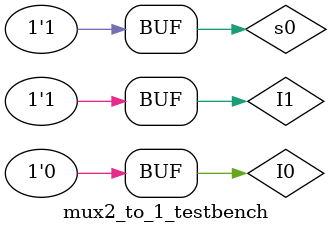
<source format=v>
`define DELAY 20
module mux2_to_1_testbench(); 
reg I0,I1,s0;
wire muxOut;

mux2_to_1 muxtb (muxOut,I0,I1,s0);

initial begin
I0 = 1'b0; I1 = 1'b0; s0 = 1'b0;
#`DELAY;
I0 = 1'b0; I1 = 1'b1;  s0 = 1'b1;
#`DELAY;

end
 
 
initial
begin
$monitor("I0 =%1b, I1=%1b,s0=%1b  muxOut=%1b ",I0, I1 ,s0 ,muxOut);
end
 
endmodule
</source>
